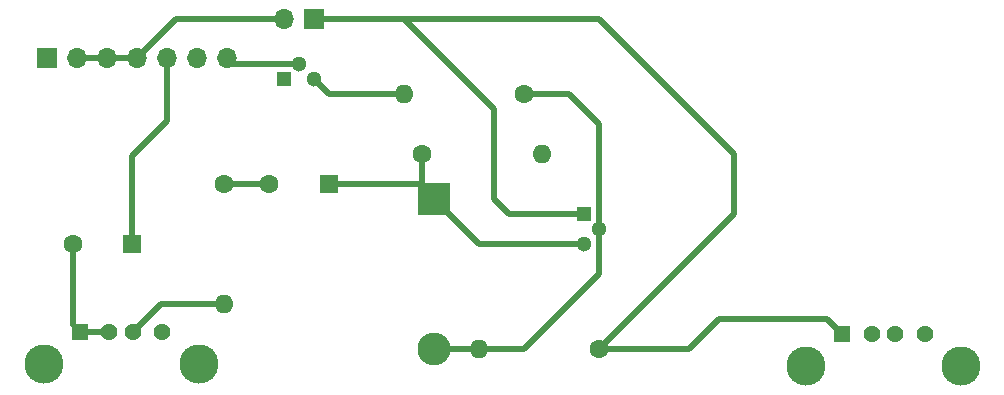
<source format=gbr>
%TF.GenerationSoftware,KiCad,Pcbnew,(6.0.0)*%
%TF.CreationDate,2022-08-29T20:46:27+02:00*%
%TF.ProjectId,AV_MOD_FAMICOM,41565f4d-4f44-45f4-9641-4d49434f4d2e,rev?*%
%TF.SameCoordinates,Original*%
%TF.FileFunction,Copper,L2,Bot*%
%TF.FilePolarity,Positive*%
%FSLAX46Y46*%
G04 Gerber Fmt 4.6, Leading zero omitted, Abs format (unit mm)*
G04 Created by KiCad (PCBNEW (6.0.0)) date 2022-08-29 20:46:27*
%MOMM*%
%LPD*%
G01*
G04 APERTURE LIST*
%TA.AperFunction,ComponentPad*%
%ADD10C,1.600000*%
%TD*%
%TA.AperFunction,ComponentPad*%
%ADD11O,1.600000X1.600000*%
%TD*%
%TA.AperFunction,ComponentPad*%
%ADD12R,1.700000X1.700000*%
%TD*%
%TA.AperFunction,ComponentPad*%
%ADD13O,1.700000X1.700000*%
%TD*%
%TA.AperFunction,ComponentPad*%
%ADD14R,1.600000X1.600000*%
%TD*%
%TA.AperFunction,ComponentPad*%
%ADD15R,1.428000X1.428000*%
%TD*%
%TA.AperFunction,ComponentPad*%
%ADD16C,1.428000*%
%TD*%
%TA.AperFunction,ComponentPad*%
%ADD17C,3.316000*%
%TD*%
%TA.AperFunction,ComponentPad*%
%ADD18R,2.800000X2.800000*%
%TD*%
%TA.AperFunction,ComponentPad*%
%ADD19O,2.800000X2.800000*%
%TD*%
%TA.AperFunction,ComponentPad*%
%ADD20R,1.300000X1.300000*%
%TD*%
%TA.AperFunction,ComponentPad*%
%ADD21C,1.300000*%
%TD*%
%TA.AperFunction,Conductor*%
%ADD22C,0.500000*%
%TD*%
%TA.AperFunction,Conductor*%
%ADD23C,0.250000*%
%TD*%
G04 APERTURE END LIST*
D10*
%TO.P,R4,1*%
%TO.N,Net-(C1-Pad2)*%
X121920000Y-91440000D03*
D11*
%TO.P,R4,2*%
%TO.N,VIDEO OUT*%
X121920000Y-101600000D03*
%TD*%
D12*
%TO.P,J5,1,Pin_1*%
%TO.N,GNDREF*%
X106950000Y-80782500D03*
D13*
%TO.P,J5,2,Pin_2*%
%TO.N,Net-(J5-Pad2)*%
X109490000Y-80782500D03*
%TO.P,J5,3,Pin_3*%
X112030000Y-80782500D03*
%TO.P,J5,4,Pin_4*%
X114570000Y-80782500D03*
%TO.P,J5,5,Pin_5*%
%TO.N,AUDIO*%
X117110000Y-80782500D03*
%TO.P,J5,6,Pin_6*%
%TO.N,GNDREF*%
X119650000Y-80782500D03*
%TO.P,J5,7,Pin_7*%
%TO.N,VIDEO IN*%
X122190000Y-80782500D03*
%TD*%
D14*
%TO.P,C1,1*%
%TO.N,Net-(C1-Pad1)*%
X130810000Y-91440000D03*
D10*
%TO.P,C1,2*%
%TO.N,Net-(C1-Pad2)*%
X125810000Y-91440000D03*
%TD*%
%TO.P,R3,1*%
%TO.N,Net-(C1-Pad1)*%
X138720000Y-88900000D03*
D11*
%TO.P,R3,2*%
%TO.N,GNDREF*%
X148880000Y-88900000D03*
%TD*%
D15*
%TO.P,J2,01,VCC*%
%TO.N,+5V*%
X174300000Y-104140000D03*
D16*
%TO.P,J2,02,D-*%
%TO.N,GNDREF*%
X176800000Y-104140000D03*
%TO.P,J2,03,D+*%
X178800000Y-104140000D03*
%TO.P,J2,04,GND*%
X181300000Y-104140000D03*
D17*
%TO.P,J2,S1,SHIELD*%
%TO.N,Net-(J2-PadS1)*%
X171230000Y-106850000D03*
%TO.P,J2,S2,SHIELD*%
X184370000Y-106850000D03*
%TD*%
D14*
%TO.P,C2,1*%
%TO.N,AUDIO*%
X114162651Y-96520000D03*
D10*
%TO.P,C2,2*%
%TO.N,AUDIO L*%
X109162651Y-96520000D03*
%TD*%
D18*
%TO.P,D1,1,K*%
%TO.N,Net-(C1-Pad1)*%
X139700000Y-92710000D03*
D19*
%TO.P,D1,2,A*%
%TO.N,Net-(D1-Pad2)*%
X139700000Y-105410000D03*
%TD*%
D10*
%TO.P,R1,1*%
%TO.N,+5V*%
X153690000Y-105410000D03*
D11*
%TO.P,R1,2*%
%TO.N,Net-(D1-Pad2)*%
X143530000Y-105410000D03*
%TD*%
D12*
%TO.P,J3,1,Pin_1*%
%TO.N,+5V*%
X129540000Y-77470000D03*
D13*
%TO.P,J3,2,Pin_2*%
%TO.N,Net-(J5-Pad2)*%
X127000000Y-77470000D03*
%TD*%
D15*
%TO.P,J1,01,VCC*%
%TO.N,AUDIO L*%
X109750000Y-103970000D03*
D16*
%TO.P,J1,02,D-*%
X112250000Y-103970000D03*
%TO.P,J1,03,D+*%
%TO.N,VIDEO OUT*%
X114250000Y-103970000D03*
%TO.P,J1,04,GND*%
%TO.N,GNDREF*%
X116750000Y-103970000D03*
D17*
%TO.P,J1,S1,SHIELD*%
%TO.N,Net-(J1-PadS1)*%
X106680000Y-106680000D03*
%TO.P,J1,S2,SHIELD*%
X119820000Y-106680000D03*
%TD*%
D20*
%TO.P,Q1,1,C*%
%TO.N,GNDREF*%
X127000000Y-82550000D03*
D21*
%TO.P,Q1,2,B*%
%TO.N,VIDEO IN*%
X128270000Y-81280000D03*
%TO.P,Q1,3,E*%
%TO.N,Net-(Q1-Pad3)*%
X129540000Y-82550000D03*
%TD*%
D20*
%TO.P,Q2,1,C*%
%TO.N,+5V*%
X152400000Y-93980000D03*
D21*
%TO.P,Q2,2,B*%
%TO.N,Net-(D1-Pad2)*%
X153670000Y-95250000D03*
%TO.P,Q2,3,E*%
%TO.N,Net-(C1-Pad1)*%
X152400000Y-96520000D03*
%TD*%
D10*
%TO.P,R2,1*%
%TO.N,Net-(D1-Pad2)*%
X147320000Y-83820000D03*
D11*
%TO.P,R2,2*%
%TO.N,Net-(Q1-Pad3)*%
X137160000Y-83820000D03*
%TD*%
D22*
%TO.N,Net-(C1-Pad1)*%
X143510000Y-96520000D02*
X139700000Y-92710000D01*
D23*
X138720000Y-91730000D02*
X139700000Y-92710000D01*
D22*
X130810000Y-91440000D02*
X138430000Y-91440000D01*
X138720000Y-88900000D02*
X138720000Y-91730000D01*
X152400000Y-96520000D02*
X143510000Y-96520000D01*
D23*
X138430000Y-91440000D02*
X139700000Y-92710000D01*
D22*
%TO.N,Net-(C1-Pad2)*%
X121920000Y-91440000D02*
X125810000Y-91440000D01*
%TO.N,AUDIO L*%
X109162651Y-96520000D02*
X109162651Y-103382651D01*
X109750000Y-103970000D02*
X112250000Y-103970000D01*
D23*
X109162651Y-103382651D02*
X109750000Y-103970000D01*
D22*
%TO.N,Net-(D1-Pad2)*%
X143530000Y-105410000D02*
X147320000Y-105410000D01*
X151130000Y-83820000D02*
X153670000Y-86360000D01*
X139700000Y-105410000D02*
X143530000Y-105410000D01*
X153670000Y-86360000D02*
X153670000Y-95250000D01*
X153670000Y-99060000D02*
X153670000Y-95250000D01*
X147320000Y-105410000D02*
X153670000Y-99060000D01*
X147320000Y-83820000D02*
X151130000Y-83820000D01*
%TO.N,+5V*%
X165100000Y-88900000D02*
X153670000Y-77470000D01*
X163830000Y-102870000D02*
X173030000Y-102870000D01*
X165100000Y-94000000D02*
X165100000Y-88900000D01*
X173030000Y-102870000D02*
X174300000Y-104140000D01*
X144780000Y-85090000D02*
X144780000Y-92710000D01*
X153690000Y-105410000D02*
X165100000Y-94000000D01*
X146050000Y-93980000D02*
X152400000Y-93980000D01*
X137160000Y-77470000D02*
X129540000Y-77470000D01*
X153690000Y-105410000D02*
X161290000Y-105410000D01*
X161290000Y-105410000D02*
X163830000Y-102870000D01*
X137160000Y-77470000D02*
X144780000Y-85090000D01*
X153670000Y-77470000D02*
X137160000Y-77470000D01*
X144780000Y-92710000D02*
X146050000Y-93980000D01*
%TO.N,AUDIO*%
X114162651Y-89037349D02*
X117110000Y-86090000D01*
X114162651Y-96520000D02*
X114162651Y-89037349D01*
X117110000Y-86090000D02*
X117110000Y-80782500D01*
%TO.N,Net-(Q1-Pad3)*%
X130810000Y-83820000D02*
X129540000Y-82550000D01*
X137160000Y-83820000D02*
X130810000Y-83820000D01*
%TO.N,VIDEO OUT*%
X121920000Y-101600000D02*
X116620000Y-101600000D01*
X116620000Y-101600000D02*
X114250000Y-103970000D01*
D23*
%TO.N,VIDEO IN*%
X122687500Y-81280000D02*
X122190000Y-80782500D01*
D22*
X128270000Y-81280000D02*
X122687500Y-81280000D01*
%TO.N,Net-(J5-Pad2)*%
X112030000Y-80782500D02*
X114570000Y-80782500D01*
X109490000Y-80782500D02*
X112030000Y-80782500D01*
X114570000Y-80782500D02*
X117882500Y-77470000D01*
X117882500Y-77470000D02*
X127000000Y-77470000D01*
%TD*%
M02*

</source>
